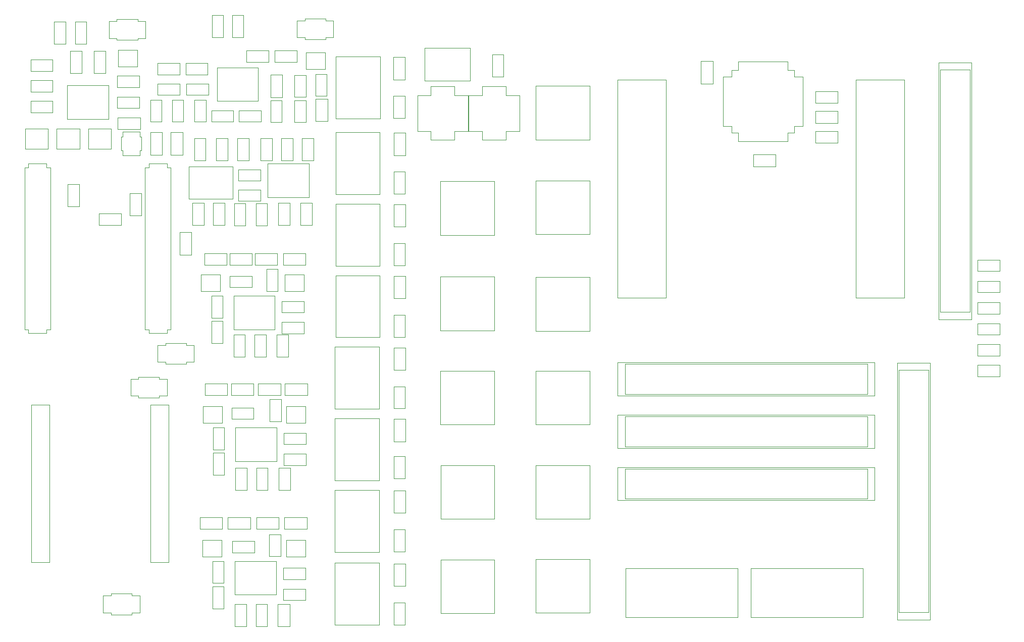
<source format=gbr>
%TF.GenerationSoftware,KiCad,Pcbnew,(6.0.8-1)-1*%
%TF.CreationDate,2022-11-17T19:15:12-05:00*%
%TF.ProjectId,HermEIS,4865726d-4549-4532-9e6b-696361645f70,rev?*%
%TF.SameCoordinates,Original*%
%TF.FileFunction,Other,User*%
%FSLAX46Y46*%
G04 Gerber Fmt 4.6, Leading zero omitted, Abs format (unit mm)*
G04 Created by KiCad (PCBNEW (6.0.8-1)-1) date 2022-11-17 19:15:12*
%MOMM*%
%LPD*%
G01*
G04 APERTURE LIST*
%ADD10C,0.050000*%
G04 APERTURE END LIST*
D10*
%TO.C,U3*%
X84920000Y-66875000D02*
X92320000Y-66875000D01*
X92320000Y-66875000D02*
X92320000Y-56475000D01*
X84920000Y-56475000D02*
X84920000Y-66875000D01*
X92320000Y-56475000D02*
X84920000Y-56475000D01*
%TO.C,J2*%
X102500000Y-52700000D02*
X111500000Y-52700000D01*
X111500000Y-52700000D02*
X111500000Y-61700000D01*
X111500000Y-61700000D02*
X102500000Y-61700000D01*
X102500000Y-61700000D02*
X102500000Y-52700000D01*
%TO.C,U9*%
X49222200Y-44348400D02*
X52117800Y-44348400D01*
X52371800Y-45224700D02*
X52371800Y-47485300D01*
X52117800Y-44348400D02*
X52117800Y-45224700D01*
X52117800Y-48361600D02*
X49222200Y-48361600D01*
X49222200Y-47485300D02*
X48968200Y-47485300D01*
X49222200Y-44348400D02*
X49222200Y-45224700D01*
X52117800Y-47485300D02*
X52117800Y-48361600D01*
X49222200Y-48361600D02*
X49222200Y-47485300D01*
X48968200Y-47485300D02*
X48968200Y-45224700D01*
X52371800Y-47485300D02*
X52117800Y-47485300D01*
X48968200Y-45224700D02*
X49222200Y-45224700D01*
X52117800Y-45224700D02*
X52371800Y-45224700D01*
%TO.C,J7*%
X102500000Y-68700000D02*
X111500000Y-68700000D01*
X111500000Y-68700000D02*
X111500000Y-77700000D01*
X111500000Y-77700000D02*
X102500000Y-77700000D01*
X102500000Y-77700000D02*
X102500000Y-68700000D01*
%TO.C,R46*%
X76120000Y-121055000D02*
X79820000Y-121055000D01*
X79820000Y-122955000D02*
X76120000Y-122955000D01*
X76120000Y-122955000D02*
X76120000Y-121055000D01*
X79820000Y-121055000D02*
X79820000Y-122955000D01*
%TO.C,C12*%
X46350000Y-30825000D02*
X46350000Y-34585000D01*
X46350000Y-34585000D02*
X44390000Y-34585000D01*
X44390000Y-34585000D02*
X44390000Y-30825000D01*
X44390000Y-30825000D02*
X46350000Y-30825000D01*
%TO.C,C15*%
X66650000Y-64775000D02*
X66650000Y-66735000D01*
X62890000Y-64775000D02*
X66650000Y-64775000D01*
X62890000Y-66735000D02*
X62890000Y-64775000D01*
X66650000Y-66735000D02*
X62890000Y-66735000D01*
%TO.C,J19*%
X132186000Y-72212600D02*
X140314000Y-72212600D01*
X132186000Y-35687400D02*
X132186000Y-72212600D01*
X140314000Y-35687400D02*
X132186000Y-35687400D01*
X140314000Y-72212600D02*
X140314000Y-35687400D01*
%TO.C,C9*%
X53890000Y-44475000D02*
X55850000Y-44475000D01*
X53890000Y-48235000D02*
X53890000Y-44475000D01*
X55850000Y-48235000D02*
X53890000Y-48235000D01*
X55850000Y-44475000D02*
X55850000Y-48235000D01*
%TO.C,U14*%
X76420000Y-68355000D02*
X79620000Y-68355000D01*
X76420000Y-68355000D02*
X76420000Y-71155000D01*
X79620000Y-71155000D02*
X79620000Y-68355000D01*
X76420000Y-71155000D02*
X79620000Y-71155000D01*
%TO.C,C46*%
X58790000Y-64995000D02*
X58790000Y-61235000D01*
X58790000Y-61235000D02*
X60750000Y-61235000D01*
X60750000Y-61235000D02*
X60750000Y-64995000D01*
X60750000Y-64995000D02*
X58790000Y-64995000D01*
%TO.C,J18*%
X185994200Y-32765800D02*
X185994200Y-75844200D01*
X191277400Y-74625000D02*
X191277400Y-33985000D01*
X191531400Y-32765800D02*
X185994200Y-32765800D01*
X191531400Y-75844200D02*
X191531400Y-32765800D01*
X186248200Y-74625000D02*
X191277400Y-74625000D01*
X186248200Y-33985000D02*
X186248200Y-74625000D01*
X191277400Y-33985000D02*
X186248200Y-33985000D01*
X185994200Y-75844200D02*
X191531400Y-75844200D01*
%TO.C,R3*%
X94670000Y-54805000D02*
X94670000Y-51105000D01*
X96570000Y-51105000D02*
X96570000Y-54805000D01*
X94670000Y-51105000D02*
X96570000Y-51105000D01*
X96570000Y-54805000D02*
X94670000Y-54805000D01*
%TO.C,R30*%
X71170000Y-92555000D02*
X67470000Y-92555000D01*
X71170000Y-90655000D02*
X71170000Y-92555000D01*
X67470000Y-90655000D02*
X71170000Y-90655000D01*
X67470000Y-92555000D02*
X67470000Y-90655000D01*
%TO.C,C34*%
X74250000Y-49235000D02*
X72290000Y-49235000D01*
X74250000Y-45475000D02*
X74250000Y-49235000D01*
X72290000Y-49235000D02*
X72290000Y-45475000D01*
X72290000Y-45475000D02*
X74250000Y-45475000D01*
%TO.C,C30*%
X70600000Y-109025000D02*
X70600000Y-110985000D01*
X70600000Y-110985000D02*
X66840000Y-110985000D01*
X66840000Y-109025000D02*
X70600000Y-109025000D01*
X66840000Y-110985000D02*
X66840000Y-109025000D01*
%TO.C,U31*%
X45939300Y-125034100D02*
X47247400Y-125034100D01*
X52060700Y-122195900D02*
X50752600Y-122195900D01*
X45939300Y-125034100D02*
X45939300Y-122195900D01*
X47247400Y-121862400D02*
X50752600Y-121862400D01*
X52060700Y-125034100D02*
X50752600Y-125034100D01*
X52060700Y-122195900D02*
X52060700Y-125034100D01*
X50752600Y-125034100D02*
X50752600Y-125367600D01*
X50752600Y-125367600D02*
X47247400Y-125367600D01*
X47247400Y-122195900D02*
X47247400Y-121862400D01*
X45939300Y-122195900D02*
X47247400Y-122195900D01*
X47247400Y-125367600D02*
X47247400Y-125034100D01*
X50752600Y-121862400D02*
X50752600Y-122195900D01*
%TO.C,R18*%
X67820000Y-82105000D02*
X67820000Y-78405000D01*
X69720000Y-82105000D02*
X67820000Y-82105000D01*
X69720000Y-78405000D02*
X69720000Y-82105000D01*
X67820000Y-78405000D02*
X69720000Y-78405000D01*
%TO.C,C28*%
X76340000Y-110985000D02*
X76340000Y-109025000D01*
X76340000Y-109025000D02*
X80100000Y-109025000D01*
X80100000Y-109025000D02*
X80100000Y-110985000D01*
X80100000Y-110985000D02*
X76340000Y-110985000D01*
%TO.C,J17*%
X184357400Y-125015000D02*
X184357400Y-84375000D01*
X179328200Y-125015000D02*
X184357400Y-125015000D01*
X179074200Y-83155800D02*
X179074200Y-126234200D01*
X184357400Y-84375000D02*
X179328200Y-84375000D01*
X179328200Y-84375000D02*
X179328200Y-125015000D01*
X184611400Y-83155800D02*
X179074200Y-83155800D01*
X179074200Y-126234200D02*
X184611400Y-126234200D01*
X184611400Y-126234200D02*
X184611400Y-83155800D01*
%TO.C,R25*%
X66270000Y-98255000D02*
X66270000Y-101955000D01*
X66270000Y-101955000D02*
X64370000Y-101955000D01*
X64370000Y-98255000D02*
X66270000Y-98255000D01*
X64370000Y-101955000D02*
X64370000Y-98255000D01*
%TO.C,SW2*%
X107124500Y-44263000D02*
X104876600Y-44263000D01*
X98615500Y-38247000D02*
X100863400Y-38247000D01*
X100863400Y-36746500D02*
X104876600Y-36746500D01*
X104876600Y-38247000D02*
X107124500Y-38247000D01*
X104876600Y-45763500D02*
X100863400Y-45763500D01*
X104876600Y-36746500D02*
X104876600Y-38247000D01*
X104876600Y-44263000D02*
X104876600Y-45763500D01*
X98615500Y-44263000D02*
X98615500Y-38247000D01*
X100863400Y-38247000D02*
X100863400Y-36746500D01*
X100863400Y-45763500D02*
X100863400Y-44263000D01*
X100863400Y-44263000D02*
X98615500Y-44263000D01*
X107124500Y-38247000D02*
X107124500Y-44263000D01*
%TO.C,C20*%
X62977500Y-86625000D02*
X66737500Y-86625000D01*
X66737500Y-88585000D02*
X62977500Y-88585000D01*
X62977500Y-88585000D02*
X62977500Y-86625000D01*
X66737500Y-86625000D02*
X66737500Y-88585000D01*
%TO.C,R9*%
X94670000Y-127055000D02*
X94670000Y-123355000D01*
X96570000Y-123355000D02*
X96570000Y-127055000D01*
X96570000Y-127055000D02*
X94670000Y-127055000D01*
X94670000Y-123355000D02*
X96570000Y-123355000D01*
%TO.C,J16*%
X53591700Y-77544000D02*
X53591700Y-78179000D01*
X56639700Y-77544000D02*
X57274700Y-77544000D01*
X56639700Y-50366000D02*
X56639700Y-49731000D01*
X52956700Y-50366000D02*
X52956700Y-77544000D01*
X56639700Y-49731000D02*
X53591700Y-49731000D01*
X57274700Y-77544000D02*
X57274700Y-50366000D01*
X56639700Y-78179000D02*
X56639700Y-77544000D01*
X53591700Y-49731000D02*
X53591700Y-50366000D01*
X57274700Y-50366000D02*
X56639700Y-50366000D01*
X53591700Y-50366000D02*
X52956700Y-50366000D01*
X53591700Y-78179000D02*
X56639700Y-78179000D01*
X52956700Y-77544000D02*
X53591700Y-77544000D01*
%TO.C,R34*%
X59870000Y-36305000D02*
X63570000Y-36305000D01*
X63570000Y-36305000D02*
X63570000Y-38205000D01*
X63570000Y-38205000D02*
X59870000Y-38205000D01*
X59870000Y-38205000D02*
X59870000Y-36305000D01*
%TO.C,U21*%
X68020000Y-116405000D02*
X68020000Y-122055000D01*
X74920000Y-116405000D02*
X74920000Y-122055000D01*
X68020000Y-122055000D02*
X74920000Y-122055000D01*
X68020000Y-116405000D02*
X74920000Y-116405000D01*
%TO.C,R53*%
X61220000Y-45505000D02*
X63120000Y-45505000D01*
X63120000Y-49205000D02*
X61220000Y-49205000D01*
X61220000Y-49205000D02*
X61220000Y-45505000D01*
X63120000Y-45505000D02*
X63120000Y-49205000D01*
%TO.C,J20*%
X180314000Y-35687400D02*
X172186000Y-35687400D01*
X172186000Y-35687400D02*
X172186000Y-72212600D01*
X180314000Y-72212600D02*
X180314000Y-35687400D01*
X172186000Y-72212600D02*
X180314000Y-72212600D01*
%TO.C,U5*%
X84790000Y-90875000D02*
X92190000Y-90875000D01*
X84790000Y-80475000D02*
X84790000Y-90875000D01*
X92190000Y-90875000D02*
X92190000Y-80475000D01*
X92190000Y-80475000D02*
X84790000Y-80475000D01*
%TO.C,R56*%
X61270000Y-42705000D02*
X61270000Y-39005000D01*
X63170000Y-39005000D02*
X63170000Y-42705000D01*
X63170000Y-42705000D02*
X61270000Y-42705000D01*
X61270000Y-39005000D02*
X63170000Y-39005000D01*
%TO.C,R33*%
X63470000Y-34805000D02*
X59770000Y-34805000D01*
X59770000Y-34805000D02*
X59770000Y-32905000D01*
X59770000Y-32905000D02*
X63470000Y-32905000D01*
X63470000Y-32905000D02*
X63470000Y-34805000D01*
%TO.C,R23*%
X73320000Y-67405000D02*
X75220000Y-67405000D01*
X73320000Y-71105000D02*
X73320000Y-67405000D01*
X75220000Y-67405000D02*
X75220000Y-71105000D01*
X75220000Y-71105000D02*
X73320000Y-71105000D01*
%TO.C,R12*%
X52020000Y-38505000D02*
X52020000Y-40405000D01*
X48320000Y-40405000D02*
X48320000Y-38505000D01*
X48320000Y-38505000D02*
X52020000Y-38505000D01*
X52020000Y-40405000D02*
X48320000Y-40405000D01*
%TO.C,J6*%
X118500000Y-36700000D02*
X127500000Y-36700000D01*
X127500000Y-36700000D02*
X127500000Y-45700000D01*
X127500000Y-45700000D02*
X118500000Y-45700000D01*
X118500000Y-45700000D02*
X118500000Y-36700000D01*
%TO.C,U10*%
X39920000Y-36605000D02*
X46820000Y-36605000D01*
X46820000Y-36605000D02*
X46820000Y-42255000D01*
X39920000Y-42255000D02*
X46820000Y-42255000D01*
X39920000Y-36605000D02*
X39920000Y-42255000D01*
%TO.C,R16*%
X64070000Y-71905000D02*
X65970000Y-71905000D01*
X65970000Y-71905000D02*
X65970000Y-75605000D01*
X65970000Y-75605000D02*
X64070000Y-75605000D01*
X64070000Y-75605000D02*
X64070000Y-71905000D01*
%TO.C,R17*%
X65970000Y-76155000D02*
X65970000Y-79855000D01*
X64070000Y-79855000D02*
X64070000Y-76155000D01*
X65970000Y-79855000D02*
X64070000Y-79855000D01*
X64070000Y-76155000D02*
X65970000Y-76155000D01*
%TO.C,R47*%
X71320000Y-114955000D02*
X67620000Y-114955000D01*
X67620000Y-114955000D02*
X67620000Y-113055000D01*
X67620000Y-113055000D02*
X71320000Y-113055000D01*
X71320000Y-113055000D02*
X71320000Y-114955000D01*
%TO.C,R24*%
X64370000Y-94005000D02*
X66270000Y-94005000D01*
X66270000Y-94005000D02*
X66270000Y-97705000D01*
X64370000Y-97705000D02*
X64370000Y-94005000D01*
X66270000Y-97705000D02*
X64370000Y-97705000D01*
%TO.C,C48*%
X48950000Y-58075000D02*
X48950000Y-60035000D01*
X45190000Y-58075000D02*
X48950000Y-58075000D01*
X45190000Y-60035000D02*
X45190000Y-58075000D01*
X48950000Y-60035000D02*
X45190000Y-60035000D01*
%TO.C,C13*%
X75040000Y-78375000D02*
X77000000Y-78375000D01*
X77000000Y-78375000D02*
X77000000Y-82135000D01*
X75040000Y-82135000D02*
X75040000Y-78375000D01*
X77000000Y-82135000D02*
X75040000Y-82135000D01*
%TO.C,R28*%
X76220000Y-96805000D02*
X76220000Y-94905000D01*
X79920000Y-94905000D02*
X79920000Y-96805000D01*
X76220000Y-94905000D02*
X79920000Y-94905000D01*
X79920000Y-96805000D02*
X76220000Y-96805000D01*
%TO.C,R20*%
X79620000Y-74705000D02*
X75920000Y-74705000D01*
X75920000Y-72805000D02*
X79620000Y-72805000D01*
X75920000Y-74705000D02*
X75920000Y-72805000D01*
X79620000Y-72805000D02*
X79620000Y-74705000D01*
%TO.C,C25*%
X75950000Y-38585000D02*
X73990000Y-38585000D01*
X73990000Y-34825000D02*
X75950000Y-34825000D01*
X75950000Y-34825000D02*
X75950000Y-38585000D01*
X73990000Y-38585000D02*
X73990000Y-34825000D01*
%TO.C,R49*%
X73420000Y-60105000D02*
X71520000Y-60105000D01*
X71520000Y-56405000D02*
X73420000Y-56405000D01*
X73420000Y-56405000D02*
X73420000Y-60105000D01*
X71520000Y-60105000D02*
X71520000Y-56405000D01*
%TO.C,R60*%
X196240000Y-76546000D02*
X196240000Y-78446000D01*
X192540000Y-78446000D02*
X192540000Y-76546000D01*
X192540000Y-76546000D02*
X196240000Y-76546000D01*
X196240000Y-78446000D02*
X192540000Y-78446000D01*
%TO.C,J21*%
X132220800Y-91887533D02*
X132220800Y-97424733D01*
X132220800Y-97424733D02*
X175299200Y-97424733D01*
X175299200Y-91887533D02*
X132220800Y-91887533D01*
X133440000Y-97170733D02*
X174080000Y-97170733D01*
X133440000Y-92141533D02*
X133440000Y-97170733D01*
X174080000Y-97170733D02*
X174080000Y-92141533D01*
X174080000Y-92141533D02*
X133440000Y-92141533D01*
X175299200Y-97424733D02*
X175299200Y-91887533D01*
%TO.C,C17*%
X71390000Y-66735000D02*
X71390000Y-64775000D01*
X71390000Y-64775000D02*
X75150000Y-64775000D01*
X75150000Y-66735000D02*
X71390000Y-66735000D01*
X75150000Y-64775000D02*
X75150000Y-66735000D01*
%TO.C,C42*%
X75790000Y-45475000D02*
X77750000Y-45475000D01*
X75790000Y-49235000D02*
X75790000Y-45475000D01*
X77750000Y-45475000D02*
X77750000Y-49235000D01*
X77750000Y-49235000D02*
X75790000Y-49235000D01*
%TO.C,R52*%
X72320000Y-54105000D02*
X72320000Y-56005000D01*
X72320000Y-56005000D02*
X68620000Y-56005000D01*
X68620000Y-56005000D02*
X68620000Y-54105000D01*
X68620000Y-54105000D02*
X72320000Y-54105000D01*
%TO.C,C4*%
X96600000Y-92575000D02*
X96600000Y-96335000D01*
X94640000Y-96335000D02*
X94640000Y-92575000D01*
X96600000Y-96335000D02*
X94640000Y-96335000D01*
X94640000Y-92575000D02*
X96600000Y-92575000D01*
%TO.C,R6*%
X96570000Y-66805000D02*
X94670000Y-66805000D01*
X96570000Y-63105000D02*
X96570000Y-66805000D01*
X94670000Y-66805000D02*
X94670000Y-63105000D01*
X94670000Y-63105000D02*
X96570000Y-63105000D01*
%TO.C,R42*%
X66170000Y-124355000D02*
X64270000Y-124355000D01*
X66170000Y-120655000D02*
X66170000Y-124355000D01*
X64270000Y-124355000D02*
X64270000Y-120655000D01*
X64270000Y-120655000D02*
X66170000Y-120655000D01*
%TO.C,C3*%
X94640000Y-44575000D02*
X96600000Y-44575000D01*
X96600000Y-48335000D02*
X94640000Y-48335000D01*
X94640000Y-48335000D02*
X94640000Y-44575000D01*
X96600000Y-44575000D02*
X96600000Y-48335000D01*
%TO.C,C8*%
X96600000Y-104575000D02*
X96600000Y-108335000D01*
X94640000Y-108335000D02*
X94640000Y-104575000D01*
X96600000Y-108335000D02*
X94640000Y-108335000D01*
X94640000Y-104575000D02*
X96600000Y-104575000D01*
%TO.C,SW1*%
X100914900Y-30336000D02*
X100914900Y-30319100D01*
X106325100Y-30319100D02*
X106325100Y-30336000D01*
X100914900Y-30319100D02*
X106325100Y-30319100D01*
X107430000Y-30336000D02*
X107430000Y-35814000D01*
X100914900Y-35814000D02*
X99810000Y-35814000D01*
X100914900Y-35830900D02*
X100914900Y-35814000D01*
X107430000Y-35814000D02*
X106325100Y-35814000D01*
X99810000Y-35814000D02*
X99810000Y-30336000D01*
X106325100Y-30336000D02*
X107430000Y-30336000D01*
X106325100Y-35814000D02*
X106325100Y-35830900D01*
X106325100Y-35830900D02*
X100914900Y-35830900D01*
X99810000Y-30336000D02*
X100914900Y-30336000D01*
%TO.C,R10*%
X52020000Y-36905000D02*
X48320000Y-36905000D01*
X48320000Y-36905000D02*
X48320000Y-35005000D01*
X52020000Y-35005000D02*
X52020000Y-36905000D01*
X48320000Y-35005000D02*
X52020000Y-35005000D01*
%TO.C,R35*%
X64070000Y-42705000D02*
X64070000Y-40805000D01*
X64070000Y-40805000D02*
X67770000Y-40805000D01*
X67770000Y-40805000D02*
X67770000Y-42705000D01*
X67770000Y-42705000D02*
X64070000Y-42705000D01*
%TO.C,U12*%
X62370000Y-68355000D02*
X62370000Y-71155000D01*
X62370000Y-71155000D02*
X65570000Y-71155000D01*
X62370000Y-68355000D02*
X65570000Y-68355000D01*
X65570000Y-71155000D02*
X65570000Y-68355000D01*
%TO.C,U11*%
X48470000Y-33455000D02*
X51670000Y-33455000D01*
X51670000Y-33455000D02*
X51670000Y-30655000D01*
X48470000Y-30655000D02*
X48470000Y-33455000D01*
X48470000Y-30655000D02*
X51670000Y-30655000D01*
%TO.C,U8*%
X92190000Y-116725000D02*
X84790000Y-116725000D01*
X84790000Y-127125000D02*
X92190000Y-127125000D01*
X84790000Y-116725000D02*
X84790000Y-127125000D01*
X92190000Y-127125000D02*
X92190000Y-116725000D01*
%TO.C,J22*%
X174080000Y-88387400D02*
X174080000Y-83358200D01*
X174080000Y-83358200D02*
X133440000Y-83358200D01*
X175299200Y-83104200D02*
X132220800Y-83104200D01*
X175299200Y-88641400D02*
X175299200Y-83104200D01*
X132220800Y-88641400D02*
X175299200Y-88641400D01*
X133440000Y-88387400D02*
X174080000Y-88387400D01*
X133440000Y-83358200D02*
X133440000Y-88387400D01*
X132220800Y-83104200D02*
X132220800Y-88641400D01*
%TO.C,J11*%
X118500000Y-116100000D02*
X127500000Y-116100000D01*
X127500000Y-116100000D02*
X127500000Y-125100000D01*
X127500000Y-125100000D02*
X118500000Y-125100000D01*
X118500000Y-125100000D02*
X118500000Y-116100000D01*
%TO.C,J5*%
X102510000Y-116180000D02*
X111510000Y-116180000D01*
X111510000Y-116180000D02*
X111510000Y-125180000D01*
X111510000Y-125180000D02*
X102510000Y-125180000D01*
X102510000Y-125180000D02*
X102510000Y-116180000D01*
%TO.C,R1*%
X94620000Y-38405000D02*
X96520000Y-38405000D01*
X94620000Y-42105000D02*
X94620000Y-38405000D01*
X96520000Y-38405000D02*
X96520000Y-42105000D01*
X96520000Y-42105000D02*
X94620000Y-42105000D01*
%TO.C,C19*%
X80162500Y-86625000D02*
X80162500Y-88585000D01*
X80162500Y-88585000D02*
X76402500Y-88585000D01*
X76402500Y-86625000D02*
X80162500Y-86625000D01*
X76402500Y-88585000D02*
X76402500Y-86625000D01*
%TO.C,R54*%
X55070000Y-36305000D02*
X58770000Y-36305000D01*
X58770000Y-38205000D02*
X55070000Y-38205000D01*
X58770000Y-36305000D02*
X58770000Y-38205000D01*
X55070000Y-38205000D02*
X55070000Y-36305000D01*
%TO.C,U17*%
X76670000Y-90455000D02*
X79870000Y-90455000D01*
X76670000Y-90455000D02*
X76670000Y-93255000D01*
X79870000Y-93255000D02*
X79870000Y-90455000D01*
X76670000Y-93255000D02*
X79870000Y-93255000D01*
%TO.C,D2*%
X41990000Y-47255000D02*
X41990000Y-43855000D01*
X38150000Y-43855000D02*
X38150000Y-47255000D01*
X38150000Y-47255000D02*
X41990000Y-47255000D01*
X41990000Y-43855000D02*
X38150000Y-43855000D01*
%TO.C,U1*%
X84970000Y-31755000D02*
X84970000Y-42155000D01*
X84970000Y-42155000D02*
X92370000Y-42155000D01*
X92370000Y-31755000D02*
X84970000Y-31755000D01*
X92370000Y-42155000D02*
X92370000Y-31755000D01*
%TO.C,R4*%
X94670000Y-98855000D02*
X96570000Y-98855000D01*
X94670000Y-102555000D02*
X94670000Y-98855000D01*
X96570000Y-98855000D02*
X96570000Y-102555000D01*
X96570000Y-102555000D02*
X94670000Y-102555000D01*
%TO.C,C35*%
X148150000Y-36305000D02*
X146190000Y-36305000D01*
X146190000Y-32545000D02*
X148150000Y-32545000D01*
X146190000Y-36305000D02*
X146190000Y-32545000D01*
X148150000Y-32545000D02*
X148150000Y-36305000D01*
%TO.C,R5*%
X113070000Y-35125000D02*
X111170000Y-35125000D01*
X111170000Y-35125000D02*
X111170000Y-31425000D01*
X111170000Y-31425000D02*
X113070000Y-31425000D01*
X113070000Y-31425000D02*
X113070000Y-35125000D01*
%TO.C,R48*%
X75670000Y-115605000D02*
X73770000Y-115605000D01*
X73770000Y-111905000D02*
X75670000Y-111905000D01*
X73770000Y-115605000D02*
X73770000Y-111905000D01*
X75670000Y-111905000D02*
X75670000Y-115605000D01*
%TO.C,R43*%
X69920000Y-123655000D02*
X69920000Y-127355000D01*
X68020000Y-123655000D02*
X69920000Y-123655000D01*
X68020000Y-127355000D02*
X68020000Y-123655000D01*
X69920000Y-127355000D02*
X68020000Y-127355000D01*
%TO.C,C39*%
X78990000Y-56275000D02*
X80950000Y-56275000D01*
X80950000Y-56275000D02*
X80950000Y-60035000D01*
X78990000Y-60035000D02*
X78990000Y-56275000D01*
X80950000Y-60035000D02*
X78990000Y-60035000D01*
%TO.C,R11*%
X37470000Y-32305000D02*
X37470000Y-34205000D01*
X33770000Y-32305000D02*
X37470000Y-32305000D01*
X33770000Y-34205000D02*
X33770000Y-32305000D01*
X37470000Y-34205000D02*
X33770000Y-34205000D01*
%TO.C,U19*%
X79982500Y-31105000D02*
X83182500Y-31105000D01*
X79982500Y-33905000D02*
X83182500Y-33905000D01*
X83182500Y-33905000D02*
X83182500Y-31105000D01*
X79982500Y-31105000D02*
X79982500Y-33905000D01*
%TO.C,U6*%
X84790000Y-92475000D02*
X84790000Y-102875000D01*
X92190000Y-92475000D02*
X84790000Y-92475000D01*
X92190000Y-102875000D02*
X92190000Y-92475000D01*
X84790000Y-102875000D02*
X92190000Y-102875000D01*
%TO.C,R38*%
X78020000Y-42805000D02*
X78020000Y-39105000D01*
X78020000Y-39105000D02*
X79920000Y-39105000D01*
X79920000Y-39105000D02*
X79920000Y-42805000D01*
X79920000Y-42805000D02*
X78020000Y-42805000D01*
%TO.C,C26*%
X83550000Y-38875000D02*
X83550000Y-42635000D01*
X81590000Y-42635000D02*
X81590000Y-38875000D01*
X83550000Y-42635000D02*
X81590000Y-42635000D01*
X81590000Y-38875000D02*
X83550000Y-38875000D01*
%TO.C,R44*%
X71520000Y-127355000D02*
X71520000Y-123655000D01*
X73420000Y-127355000D02*
X71520000Y-127355000D01*
X73420000Y-123655000D02*
X73420000Y-127355000D01*
X71520000Y-123655000D02*
X73420000Y-123655000D01*
%TO.C,R62*%
X196240000Y-83530000D02*
X196240000Y-85430000D01*
X192540000Y-85430000D02*
X192540000Y-83530000D01*
X192540000Y-83530000D02*
X196240000Y-83530000D01*
X196240000Y-85430000D02*
X192540000Y-85430000D01*
%TO.C,U22*%
X76620000Y-115655000D02*
X79820000Y-115655000D01*
X76620000Y-112855000D02*
X76620000Y-115655000D01*
X79820000Y-115655000D02*
X79820000Y-112855000D01*
X76620000Y-112855000D02*
X79820000Y-112855000D01*
%TO.C,U25*%
X73520000Y-49705000D02*
X80420000Y-49705000D01*
X73520000Y-55355000D02*
X80420000Y-55355000D01*
X73520000Y-49705000D02*
X73520000Y-55355000D01*
X80420000Y-49705000D02*
X80420000Y-55355000D01*
%TO.C,C44*%
X165370000Y-44320000D02*
X169130000Y-44320000D01*
X169130000Y-44320000D02*
X169130000Y-46280000D01*
X165370000Y-46280000D02*
X165370000Y-44320000D01*
X169130000Y-46280000D02*
X165370000Y-46280000D01*
%TO.C,R51*%
X72320000Y-52605000D02*
X68620000Y-52605000D01*
X72320000Y-50705000D02*
X72320000Y-52605000D01*
X68620000Y-52605000D02*
X68620000Y-50705000D01*
X68620000Y-50705000D02*
X72320000Y-50705000D01*
%TO.C,R8*%
X94670000Y-75105000D02*
X96570000Y-75105000D01*
X96570000Y-75105000D02*
X96570000Y-78805000D01*
X94670000Y-78805000D02*
X94670000Y-75105000D01*
X96570000Y-78805000D02*
X94670000Y-78805000D01*
%TO.C,J15*%
X56931500Y-116593000D02*
X56931500Y-90177000D01*
X56931500Y-90177000D02*
X53883500Y-90177000D01*
X53883500Y-90177000D02*
X53883500Y-116593000D01*
X53883500Y-116593000D02*
X56931500Y-116593000D01*
%TO.C,J10*%
X118500000Y-100320000D02*
X127500000Y-100320000D01*
X127500000Y-100320000D02*
X127500000Y-109320000D01*
X127500000Y-109320000D02*
X118500000Y-109320000D01*
X118500000Y-109320000D02*
X118500000Y-100320000D01*
%TO.C,C11*%
X96600000Y-116825000D02*
X96600000Y-120585000D01*
X94640000Y-116825000D02*
X96600000Y-116825000D01*
X96600000Y-120585000D02*
X94640000Y-120585000D01*
X94640000Y-120585000D02*
X94640000Y-116825000D01*
%TO.C,R14*%
X33770000Y-41155000D02*
X33770000Y-39255000D01*
X37470000Y-41155000D02*
X33770000Y-41155000D01*
X37470000Y-39255000D02*
X37470000Y-41155000D01*
X33770000Y-39255000D02*
X37470000Y-39255000D01*
%TO.C,J1*%
X118500000Y-52600000D02*
X127500000Y-52600000D01*
X127500000Y-52600000D02*
X127500000Y-61600000D01*
X127500000Y-61600000D02*
X118500000Y-61600000D01*
X118500000Y-61600000D02*
X118500000Y-52600000D01*
%TO.C,R55*%
X53870000Y-42705000D02*
X53870000Y-39005000D01*
X55770000Y-39005000D02*
X55770000Y-42705000D01*
X53870000Y-39005000D02*
X55770000Y-39005000D01*
X55770000Y-42705000D02*
X53870000Y-42705000D01*
%TO.C,C27*%
X77200000Y-123625000D02*
X77200000Y-127385000D01*
X75240000Y-123625000D02*
X77200000Y-123625000D01*
X75240000Y-127385000D02*
X75240000Y-123625000D01*
X77200000Y-127385000D02*
X75240000Y-127385000D01*
%TO.C,D5*%
X196262500Y-71327000D02*
X192562500Y-71327000D01*
X196262500Y-69427000D02*
X196262500Y-71327000D01*
X192562500Y-71327000D02*
X192562500Y-69427000D01*
X192562500Y-69427000D02*
X196262500Y-69427000D01*
%TO.C,R36*%
X72370000Y-42705000D02*
X68670000Y-42705000D01*
X68670000Y-40805000D02*
X72370000Y-40805000D01*
X68670000Y-42705000D02*
X68670000Y-40805000D01*
X72370000Y-40805000D02*
X72370000Y-42705000D01*
%TO.C,R58*%
X39620000Y-29635000D02*
X37720000Y-29635000D01*
X37720000Y-25935000D02*
X39620000Y-25935000D01*
X39620000Y-25935000D02*
X39620000Y-29635000D01*
X37720000Y-29635000D02*
X37720000Y-25935000D01*
%TO.C,D4*%
X196262500Y-73009000D02*
X196262500Y-74909000D01*
X192562500Y-73009000D02*
X196262500Y-73009000D01*
X196262500Y-74909000D02*
X192562500Y-74909000D01*
X192562500Y-74909000D02*
X192562500Y-73009000D01*
%TO.C,C29*%
X65887500Y-110985000D02*
X62127500Y-110985000D01*
X65887500Y-109025000D02*
X65887500Y-110985000D01*
X62127500Y-110985000D02*
X62127500Y-109025000D01*
X62127500Y-109025000D02*
X65887500Y-109025000D01*
%TO.C,U29*%
X51837400Y-85522400D02*
X55342600Y-85522400D01*
X55342600Y-88694100D02*
X55342600Y-89027600D01*
X50529300Y-88694100D02*
X51837400Y-88694100D01*
X55342600Y-85522400D02*
X55342600Y-85855900D01*
X51837400Y-89027600D02*
X51837400Y-88694100D01*
X56650700Y-88694100D02*
X55342600Y-88694100D01*
X50529300Y-85855900D02*
X51837400Y-85855900D01*
X56650700Y-85855900D02*
X55342600Y-85855900D01*
X51837400Y-85855900D02*
X51837400Y-85522400D01*
X56650700Y-85855900D02*
X56650700Y-88694100D01*
X50529300Y-88694100D02*
X50529300Y-85855900D01*
X55342600Y-89027600D02*
X51837400Y-89027600D01*
%TO.C,C18*%
X75340000Y-104485000D02*
X75340000Y-100725000D01*
X75340000Y-100725000D02*
X77300000Y-100725000D01*
X77300000Y-100725000D02*
X77300000Y-104485000D01*
X77300000Y-104485000D02*
X75340000Y-104485000D01*
%TO.C,C16*%
X70900000Y-66735000D02*
X67140000Y-66735000D01*
X67140000Y-66735000D02*
X67140000Y-64775000D01*
X70900000Y-64775000D02*
X70900000Y-66735000D01*
X67140000Y-64775000D02*
X70900000Y-64775000D01*
%TO.C,C43*%
X79290000Y-45475000D02*
X81250000Y-45475000D01*
X81250000Y-49235000D02*
X79290000Y-49235000D01*
X81250000Y-45475000D02*
X81250000Y-49235000D01*
X79290000Y-49235000D02*
X79290000Y-45475000D01*
%TO.C,J8*%
X118500000Y-68800000D02*
X127500000Y-68800000D01*
X127500000Y-68800000D02*
X127500000Y-77800000D01*
X127500000Y-77800000D02*
X118500000Y-77800000D01*
X118500000Y-77800000D02*
X118500000Y-68800000D01*
%TO.C,J4*%
X102510000Y-100340000D02*
X111510000Y-100340000D01*
X111510000Y-100340000D02*
X111510000Y-109340000D01*
X111510000Y-109340000D02*
X102510000Y-109340000D01*
X102510000Y-109340000D02*
X102510000Y-100340000D01*
%TO.C,U24*%
X160700000Y-32600000D02*
X160700000Y-34050000D01*
X161800000Y-35150000D02*
X163250000Y-35150000D01*
X156550000Y-46000000D02*
X160700000Y-46000000D01*
X161800000Y-34050000D02*
X161800000Y-35150000D01*
X160700000Y-44550000D02*
X161800000Y-44550000D01*
X156550000Y-32600000D02*
X160700000Y-32600000D01*
X163250000Y-35150000D02*
X163250000Y-39300000D01*
X151300000Y-34050000D02*
X151300000Y-35150000D01*
X151300000Y-43450000D02*
X149850000Y-43450000D01*
X161800000Y-44550000D02*
X161800000Y-43450000D01*
X151300000Y-44550000D02*
X151300000Y-43450000D01*
X160700000Y-34050000D02*
X161800000Y-34050000D01*
X151300000Y-35150000D02*
X149850000Y-35150000D01*
X149850000Y-43450000D02*
X149850000Y-39300000D01*
X161800000Y-43450000D02*
X163250000Y-43450000D01*
X156550000Y-32600000D02*
X152400000Y-32600000D01*
X152400000Y-46000000D02*
X152400000Y-44550000D01*
X152400000Y-32600000D02*
X152400000Y-34050000D01*
X152400000Y-34050000D02*
X151300000Y-34050000D01*
X156550000Y-46000000D02*
X152400000Y-46000000D01*
X163250000Y-43450000D02*
X163250000Y-39300000D01*
X160700000Y-46000000D02*
X160700000Y-44550000D01*
X152400000Y-44550000D02*
X151300000Y-44550000D01*
X149850000Y-35150000D02*
X149850000Y-39300000D01*
%TO.C,U15*%
X62670000Y-90455000D02*
X62670000Y-93255000D01*
X65870000Y-93255000D02*
X65870000Y-90455000D01*
X62670000Y-90455000D02*
X65870000Y-90455000D01*
X62670000Y-93255000D02*
X65870000Y-93255000D01*
%TO.C,R19*%
X71320000Y-82105000D02*
X71320000Y-78405000D01*
X73220000Y-82105000D02*
X71320000Y-82105000D01*
X73220000Y-78405000D02*
X73220000Y-82105000D01*
X71320000Y-78405000D02*
X73220000Y-78405000D01*
%TO.C,C22*%
X75700000Y-86625000D02*
X75700000Y-88585000D01*
X75700000Y-88585000D02*
X71940000Y-88585000D01*
X71940000Y-86625000D02*
X75700000Y-86625000D01*
X71940000Y-88585000D02*
X71940000Y-86625000D01*
%TO.C,C1*%
X94590000Y-35635000D02*
X94590000Y-31875000D01*
X96550000Y-31875000D02*
X96550000Y-35635000D01*
X94590000Y-31875000D02*
X96550000Y-31875000D01*
X96550000Y-35635000D02*
X94590000Y-35635000D01*
%TO.C,R31*%
X75770000Y-92955000D02*
X73870000Y-92955000D01*
X73870000Y-92955000D02*
X73870000Y-89255000D01*
X75770000Y-89255000D02*
X75770000Y-92955000D01*
X73870000Y-89255000D02*
X75770000Y-89255000D01*
%TO.C,R57*%
X57470000Y-39005000D02*
X59370000Y-39005000D01*
X59370000Y-42705000D02*
X57470000Y-42705000D01*
X57470000Y-42705000D02*
X57470000Y-39005000D01*
X59370000Y-39005000D02*
X59370000Y-42705000D01*
%TO.C,C23*%
X78462500Y-32735000D02*
X74702500Y-32735000D01*
X74702500Y-32735000D02*
X74702500Y-30775000D01*
X74702500Y-30775000D02*
X78462500Y-30775000D01*
X78462500Y-30775000D02*
X78462500Y-32735000D01*
%TO.C,R32*%
X58770000Y-34805000D02*
X55070000Y-34805000D01*
X55070000Y-32905000D02*
X58770000Y-32905000D01*
X58770000Y-32905000D02*
X58770000Y-34805000D01*
X55070000Y-34805000D02*
X55070000Y-32905000D01*
%TO.C,D6*%
X196262500Y-67745000D02*
X192562500Y-67745000D01*
X192562500Y-65845000D02*
X196262500Y-65845000D01*
X192562500Y-67745000D02*
X192562500Y-65845000D01*
X196262500Y-65845000D02*
X196262500Y-67745000D01*
%TO.C,U4*%
X92320000Y-78875000D02*
X92320000Y-68475000D01*
X84920000Y-78875000D02*
X92320000Y-78875000D01*
X92320000Y-68475000D02*
X84920000Y-68475000D01*
X84920000Y-68475000D02*
X84920000Y-78875000D01*
%TO.C,R45*%
X79820000Y-117555000D02*
X79820000Y-119455000D01*
X76120000Y-119455000D02*
X76120000Y-117555000D01*
X79820000Y-119455000D02*
X76120000Y-119455000D01*
X76120000Y-117555000D02*
X79820000Y-117555000D01*
%TO.C,C6*%
X59250000Y-44475000D02*
X59250000Y-48235000D01*
X57290000Y-44475000D02*
X59250000Y-44475000D01*
X57290000Y-48235000D02*
X57290000Y-44475000D01*
X59250000Y-48235000D02*
X57290000Y-48235000D01*
%TO.C,R61*%
X192540000Y-81938000D02*
X192540000Y-80038000D01*
X196240000Y-81938000D02*
X192540000Y-81938000D01*
X192540000Y-80038000D02*
X196240000Y-80038000D01*
X196240000Y-80038000D02*
X196240000Y-81938000D01*
%TO.C,J3*%
X102490000Y-84470000D02*
X111490000Y-84470000D01*
X111490000Y-84470000D02*
X111490000Y-93470000D01*
X111490000Y-93470000D02*
X102490000Y-93470000D01*
X102490000Y-93470000D02*
X102490000Y-84470000D01*
%TO.C,J12*%
X175299200Y-106208066D02*
X175299200Y-100670866D01*
X133440000Y-100924866D02*
X133440000Y-105954066D01*
X174080000Y-105954066D02*
X174080000Y-100924866D01*
X174080000Y-100924866D02*
X133440000Y-100924866D01*
X133440000Y-105954066D02*
X174080000Y-105954066D01*
X132220800Y-106208066D02*
X175299200Y-106208066D01*
X132220800Y-100670866D02*
X132220800Y-106208066D01*
X175299200Y-100670866D02*
X132220800Y-100670866D01*
%TO.C,R29*%
X76220000Y-98405000D02*
X79920000Y-98405000D01*
X79920000Y-98405000D02*
X79920000Y-100305000D01*
X76220000Y-100305000D02*
X76220000Y-98405000D01*
X79920000Y-100305000D02*
X76220000Y-100305000D01*
%TO.C,R50*%
X67920000Y-56405000D02*
X69820000Y-56405000D01*
X67920000Y-60105000D02*
X67920000Y-56405000D01*
X69820000Y-56405000D02*
X69820000Y-60105000D01*
X69820000Y-60105000D02*
X67920000Y-60105000D01*
%TO.C,U13*%
X67820000Y-77555000D02*
X74720000Y-77555000D01*
X67820000Y-71905000D02*
X67820000Y-77555000D01*
X67820000Y-71905000D02*
X74720000Y-71905000D01*
X74720000Y-71905000D02*
X74720000Y-77555000D01*
%TO.C,R2*%
X96570000Y-87105000D02*
X96570000Y-90805000D01*
X96570000Y-90805000D02*
X94670000Y-90805000D01*
X94670000Y-87105000D02*
X96570000Y-87105000D01*
X94670000Y-90805000D02*
X94670000Y-87105000D01*
%TO.C,R21*%
X79620000Y-76305000D02*
X79620000Y-78205000D01*
X75920000Y-78205000D02*
X75920000Y-76305000D01*
X79620000Y-78205000D02*
X75920000Y-78205000D01*
X75920000Y-76305000D02*
X79620000Y-76305000D01*
%TO.C,U7*%
X92190000Y-104505000D02*
X84790000Y-104505000D01*
X84790000Y-114905000D02*
X92190000Y-114905000D01*
X84790000Y-104505000D02*
X84790000Y-114905000D01*
X92190000Y-114905000D02*
X92190000Y-104505000D01*
%TO.C,R41*%
X66170000Y-116405000D02*
X66170000Y-120105000D01*
X64270000Y-116405000D02*
X66170000Y-116405000D01*
X64270000Y-120105000D02*
X64270000Y-116405000D01*
X66170000Y-120105000D02*
X64270000Y-120105000D01*
%TO.C,C36*%
X154920000Y-48220000D02*
X158680000Y-48220000D01*
X158680000Y-50180000D02*
X154920000Y-50180000D01*
X158680000Y-48220000D02*
X158680000Y-50180000D01*
X154920000Y-50180000D02*
X154920000Y-48220000D01*
%TO.C,R26*%
X68120000Y-104455000D02*
X68120000Y-100755000D01*
X68120000Y-100755000D02*
X70020000Y-100755000D01*
X70020000Y-100755000D02*
X70020000Y-104455000D01*
X70020000Y-104455000D02*
X68120000Y-104455000D01*
%TO.C,R7*%
X96570000Y-111105000D02*
X96570000Y-114805000D01*
X94670000Y-114805000D02*
X94670000Y-111105000D01*
X94670000Y-111105000D02*
X96570000Y-111105000D01*
X96570000Y-114805000D02*
X94670000Y-114805000D01*
%TO.C,J14*%
X33386000Y-50366000D02*
X32751000Y-50366000D01*
X32751000Y-77544000D02*
X33386000Y-77544000D01*
X36434000Y-77544000D02*
X37069000Y-77544000D01*
X33386000Y-78179000D02*
X36434000Y-78179000D01*
X36434000Y-50366000D02*
X36434000Y-49731000D01*
X37069000Y-77544000D02*
X37069000Y-50366000D01*
X33386000Y-77544000D02*
X33386000Y-78179000D01*
X36434000Y-49731000D02*
X33386000Y-49731000D01*
X32751000Y-50366000D02*
X32751000Y-77544000D01*
X36434000Y-78179000D02*
X36434000Y-77544000D01*
X37069000Y-50366000D02*
X36434000Y-50366000D01*
X33386000Y-49731000D02*
X33386000Y-50366000D01*
%TO.C,C45*%
X169130000Y-40945000D02*
X169130000Y-42905000D01*
X165370000Y-40945000D02*
X169130000Y-40945000D01*
X169130000Y-42905000D02*
X165370000Y-42905000D01*
X165370000Y-42905000D02*
X165370000Y-40945000D01*
%TO.C,R15*%
X42320000Y-30855000D02*
X42320000Y-34555000D01*
X40420000Y-30855000D02*
X42320000Y-30855000D01*
X40420000Y-34555000D02*
X40420000Y-30855000D01*
X42320000Y-34555000D02*
X40420000Y-34555000D01*
%TO.C,R59*%
X43130000Y-29635000D02*
X41230000Y-29635000D01*
X41230000Y-25935000D02*
X43130000Y-25935000D01*
X41230000Y-29635000D02*
X41230000Y-25935000D01*
X43130000Y-25935000D02*
X43130000Y-29635000D01*
%TO.C,S1*%
X154550000Y-117650000D02*
X154550000Y-125850000D01*
X154550000Y-125850000D02*
X173350000Y-125850000D01*
X173350000Y-117650000D02*
X154550000Y-117650000D01*
X173350000Y-125850000D02*
X173350000Y-117650000D01*
%TO.C,U18*%
X65020000Y-33605000D02*
X65020000Y-39255000D01*
X65020000Y-33605000D02*
X71920000Y-33605000D01*
X71920000Y-33605000D02*
X71920000Y-39255000D01*
X65020000Y-39255000D02*
X71920000Y-39255000D01*
%TO.C,D3*%
X43450000Y-47255000D02*
X47290000Y-47255000D01*
X43450000Y-43855000D02*
X43450000Y-47255000D01*
X47290000Y-47255000D02*
X47290000Y-43855000D01*
X47290000Y-43855000D02*
X43450000Y-43855000D01*
%TO.C,D1*%
X36690000Y-47255000D02*
X36690000Y-43855000D01*
X32850000Y-47255000D02*
X36690000Y-47255000D01*
X32850000Y-43855000D02*
X32850000Y-47255000D01*
X36690000Y-43855000D02*
X32850000Y-43855000D01*
%TO.C,C2*%
X94640000Y-80575000D02*
X96600000Y-80575000D01*
X96600000Y-84335000D02*
X94640000Y-84335000D01*
X96600000Y-80575000D02*
X96600000Y-84335000D01*
X94640000Y-84335000D02*
X94640000Y-80575000D01*
%TO.C,C47*%
X41950000Y-56935000D02*
X39990000Y-56935000D01*
X39990000Y-56935000D02*
X39990000Y-53175000D01*
X41950000Y-53175000D02*
X41950000Y-56935000D01*
X39990000Y-53175000D02*
X41950000Y-53175000D01*
%TO.C,J13*%
X33896000Y-90177000D02*
X33896000Y-116593000D01*
X33896000Y-116593000D02*
X36944000Y-116593000D01*
X36944000Y-116593000D02*
X36944000Y-90177000D01*
X36944000Y-90177000D02*
X33896000Y-90177000D01*
%TO.C,C10*%
X96600000Y-68575000D02*
X96600000Y-72335000D01*
X94640000Y-72335000D02*
X94640000Y-68575000D01*
X96600000Y-72335000D02*
X94640000Y-72335000D01*
X94640000Y-68575000D02*
X96600000Y-68575000D01*
%TO.C,C14*%
X76140000Y-64775000D02*
X79900000Y-64775000D01*
X79900000Y-64775000D02*
X79900000Y-66735000D01*
X76140000Y-66735000D02*
X76140000Y-64775000D01*
X79900000Y-66735000D02*
X76140000Y-66735000D01*
%TO.C,C24*%
X69940000Y-30775000D02*
X73700000Y-30775000D01*
X73700000Y-30775000D02*
X73700000Y-32735000D01*
X69940000Y-32735000D02*
X69940000Y-30775000D01*
X73700000Y-32735000D02*
X69940000Y-32735000D01*
%TO.C,C5*%
X52150000Y-43935000D02*
X48390000Y-43935000D01*
X48390000Y-41975000D02*
X52150000Y-41975000D01*
X48390000Y-43935000D02*
X48390000Y-41975000D01*
X52150000Y-41975000D02*
X52150000Y-43935000D01*
%TO.C,C21*%
X67402500Y-88585000D02*
X67402500Y-86625000D01*
X67402500Y-86625000D02*
X71162500Y-86625000D01*
X71162500Y-86625000D02*
X71162500Y-88585000D01*
X71162500Y-88585000D02*
X67402500Y-88585000D01*
%TO.C,R39*%
X79920000Y-38555000D02*
X78020000Y-38555000D01*
X79920000Y-34855000D02*
X79920000Y-38555000D01*
X78020000Y-38555000D02*
X78020000Y-34855000D01*
X78020000Y-34855000D02*
X79920000Y-34855000D01*
%TO.C,U28*%
X59875650Y-79854900D02*
X59875650Y-80188400D01*
X59875650Y-83026600D02*
X59875650Y-83360100D01*
X61183750Y-80188400D02*
X59875650Y-80188400D01*
X56370450Y-83360100D02*
X56370450Y-83026600D01*
X55062350Y-83026600D02*
X55062350Y-80188400D01*
X59875650Y-83360100D02*
X56370450Y-83360100D01*
X61183750Y-80188400D02*
X61183750Y-83026600D01*
X61183750Y-83026600D02*
X59875650Y-83026600D01*
X56370450Y-79854900D02*
X59875650Y-79854900D01*
X55062350Y-80188400D02*
X56370450Y-80188400D01*
X56370450Y-80188400D02*
X56370450Y-79854900D01*
X55062350Y-83026600D02*
X56370450Y-83026600D01*
%TO.C,U23*%
X67670000Y-50255000D02*
X60270000Y-50255000D01*
X60270000Y-50255000D02*
X60270000Y-55655000D01*
X60270000Y-55655000D02*
X67670000Y-55655000D01*
X67670000Y-55655000D02*
X67670000Y-50255000D01*
%TO.C,C38*%
X66350000Y-56275000D02*
X66350000Y-60035000D01*
X64390000Y-60035000D02*
X64390000Y-56275000D01*
X64390000Y-56275000D02*
X66350000Y-56275000D01*
X66350000Y-60035000D02*
X64390000Y-60035000D01*
%TO.C,R64*%
X69450000Y-28535000D02*
X67550000Y-28535000D01*
X67550000Y-28535000D02*
X67550000Y-24835000D01*
X67550000Y-24835000D02*
X69450000Y-24835000D01*
X69450000Y-24835000D02*
X69450000Y-28535000D01*
%TO.C,R22*%
X70870000Y-70455000D02*
X67170000Y-70455000D01*
X67170000Y-70455000D02*
X67170000Y-68555000D01*
X67170000Y-68555000D02*
X70870000Y-68555000D01*
X70870000Y-68555000D02*
X70870000Y-70455000D01*
%TO.C,C32*%
X64890000Y-45475000D02*
X66850000Y-45475000D01*
X64890000Y-49235000D02*
X64890000Y-45475000D01*
X66850000Y-45475000D02*
X66850000Y-49235000D01*
X66850000Y-49235000D02*
X64890000Y-49235000D01*
%TO.C,R27*%
X73520000Y-104455000D02*
X71620000Y-104455000D01*
X73520000Y-100755000D02*
X73520000Y-104455000D01*
X71620000Y-104455000D02*
X71620000Y-100755000D01*
X71620000Y-100755000D02*
X73520000Y-100755000D01*
%TO.C,J9*%
X118500000Y-84470000D02*
X127500000Y-84470000D01*
X127500000Y-84470000D02*
X127500000Y-93470000D01*
X127500000Y-93470000D02*
X118500000Y-93470000D01*
X118500000Y-93470000D02*
X118500000Y-84470000D01*
%TO.C,C31*%
X71627500Y-110985000D02*
X71627500Y-109025000D01*
X71627500Y-109025000D02*
X75387500Y-109025000D01*
X75387500Y-109025000D02*
X75387500Y-110985000D01*
X75387500Y-110985000D02*
X71627500Y-110985000D01*
%TO.C,C41*%
X75290000Y-56275000D02*
X77250000Y-56275000D01*
X77250000Y-60035000D02*
X75290000Y-60035000D01*
X77250000Y-56275000D02*
X77250000Y-60035000D01*
X75290000Y-60035000D02*
X75290000Y-56275000D01*
%TO.C,C7*%
X96600000Y-56575000D02*
X96600000Y-60335000D01*
X94640000Y-60335000D02*
X94640000Y-56575000D01*
X94640000Y-56575000D02*
X96600000Y-56575000D01*
X96600000Y-60335000D02*
X94640000Y-60335000D01*
%TO.C,U27*%
X53030700Y-25835900D02*
X51722600Y-25835900D01*
X46909300Y-25835900D02*
X48217400Y-25835900D01*
X46909300Y-28674100D02*
X48217400Y-28674100D01*
X51722600Y-25502400D02*
X51722600Y-25835900D01*
X48217400Y-29007600D02*
X48217400Y-28674100D01*
X51722600Y-29007600D02*
X48217400Y-29007600D01*
X48217400Y-25835900D02*
X48217400Y-25502400D01*
X53030700Y-25835900D02*
X53030700Y-28674100D01*
X51722600Y-28674100D02*
X51722600Y-29007600D01*
X48217400Y-25502400D02*
X51722600Y-25502400D01*
X46909300Y-28674100D02*
X46909300Y-25835900D01*
X53030700Y-28674100D02*
X51722600Y-28674100D01*
%TO.C,C40*%
X60890000Y-60035000D02*
X60890000Y-56275000D01*
X60890000Y-56275000D02*
X62850000Y-56275000D01*
X62850000Y-56275000D02*
X62850000Y-60035000D01*
X62850000Y-60035000D02*
X60890000Y-60035000D01*
%TO.C,C49*%
X52350000Y-54675000D02*
X52350000Y-58435000D01*
X50390000Y-58435000D02*
X50390000Y-54675000D01*
X50390000Y-54675000D02*
X52350000Y-54675000D01*
X52350000Y-58435000D02*
X50390000Y-58435000D01*
%TO.C,SW3*%
X113476600Y-45763500D02*
X109463400Y-45763500D01*
X109463400Y-45763500D02*
X109463400Y-44263000D01*
X107215500Y-44263000D02*
X107215500Y-38247000D01*
X113476600Y-38247000D02*
X115724500Y-38247000D01*
X113476600Y-44263000D02*
X113476600Y-45763500D01*
X109463400Y-44263000D02*
X107215500Y-44263000D01*
X109463400Y-36746500D02*
X113476600Y-36746500D01*
X115724500Y-44263000D02*
X113476600Y-44263000D01*
X107215500Y-38247000D02*
X109463400Y-38247000D01*
X115724500Y-38247000D02*
X115724500Y-44263000D01*
X113476600Y-36746500D02*
X113476600Y-38247000D01*
X109463400Y-38247000D02*
X109463400Y-36746500D01*
%TO.C,U16*%
X68120000Y-94005000D02*
X68120000Y-99655000D01*
X68120000Y-94005000D02*
X75020000Y-94005000D01*
X68120000Y-99655000D02*
X75020000Y-99655000D01*
X75020000Y-94005000D02*
X75020000Y-99655000D01*
%TO.C,R65*%
X66100000Y-24835000D02*
X66100000Y-28535000D01*
X64200000Y-28535000D02*
X64200000Y-24835000D01*
X66100000Y-28535000D02*
X64200000Y-28535000D01*
X64200000Y-24835000D02*
X66100000Y-24835000D01*
%TO.C,U30*%
X79737400Y-28907600D02*
X79737400Y-28574100D01*
X83242600Y-25402400D02*
X83242600Y-25735900D01*
X78429300Y-28574100D02*
X78429300Y-25735900D01*
X83242600Y-28907600D02*
X79737400Y-28907600D01*
X79737400Y-25402400D02*
X83242600Y-25402400D01*
X84550700Y-28574100D02*
X83242600Y-28574100D01*
X78429300Y-28574100D02*
X79737400Y-28574100D01*
X84550700Y-25735900D02*
X83242600Y-25735900D01*
X83242600Y-28574100D02*
X83242600Y-28907600D01*
X79737400Y-25735900D02*
X79737400Y-25402400D01*
X78429300Y-25735900D02*
X79737400Y-25735900D01*
X84550700Y-25735900D02*
X84550700Y-28574100D01*
%TO.C,S2*%
X133550000Y-117650000D02*
X133550000Y-125850000D01*
X133550000Y-125850000D02*
X152350000Y-125850000D01*
X152350000Y-125850000D02*
X152350000Y-117650000D01*
X152350000Y-117650000D02*
X133550000Y-117650000D01*
%TO.C,R13*%
X37470000Y-35780000D02*
X37470000Y-37680000D01*
X37470000Y-37680000D02*
X33770000Y-37680000D01*
X33770000Y-35780000D02*
X37470000Y-35780000D01*
X33770000Y-37680000D02*
X33770000Y-35780000D01*
%TO.C,U20*%
X62620000Y-115655000D02*
X65820000Y-115655000D01*
X62620000Y-112855000D02*
X65820000Y-112855000D01*
X62620000Y-112855000D02*
X62620000Y-115655000D01*
X65820000Y-115655000D02*
X65820000Y-112855000D01*
%TO.C,C37*%
X165370000Y-37570000D02*
X169130000Y-37570000D01*
X165370000Y-39530000D02*
X165370000Y-37570000D01*
X169130000Y-39530000D02*
X165370000Y-39530000D01*
X169130000Y-37570000D02*
X169130000Y-39530000D01*
%TO.C,R37*%
X75920000Y-42805000D02*
X74020000Y-42805000D01*
X75920000Y-39105000D02*
X75920000Y-42805000D01*
X74020000Y-39105000D02*
X75920000Y-39105000D01*
X74020000Y-42805000D02*
X74020000Y-39105000D01*
%TO.C,C33*%
X70350000Y-45475000D02*
X70350000Y-49235000D01*
X68390000Y-49235000D02*
X68390000Y-45475000D01*
X68390000Y-45475000D02*
X70350000Y-45475000D01*
X70350000Y-49235000D02*
X68390000Y-49235000D01*
%TO.C,U2*%
X84920000Y-54875000D02*
X92320000Y-54875000D01*
X84920000Y-44475000D02*
X84920000Y-54875000D01*
X92320000Y-54875000D02*
X92320000Y-44475000D01*
X92320000Y-44475000D02*
X84920000Y-44475000D01*
%TO.C,R40*%
X83420000Y-38405000D02*
X81520000Y-38405000D01*
X81520000Y-38405000D02*
X81520000Y-34705000D01*
X83420000Y-34705000D02*
X83420000Y-38405000D01*
X81520000Y-34705000D02*
X83420000Y-34705000D01*
%TD*%
M02*

</source>
